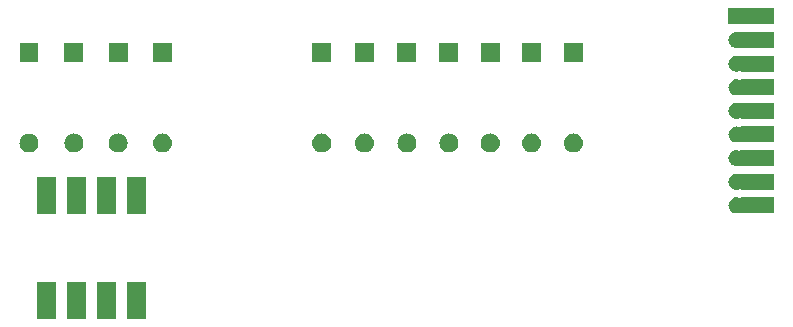
<source format=gbr>
G04 #@! TF.GenerationSoftware,KiCad,Pcbnew,5.0.2-5.fc29*
G04 #@! TF.CreationDate,2020-05-24T09:12:21-05:00*
G04 #@! TF.ProjectId,coleco_to_nes_selectable_v4,636f6c65-636f-45f7-946f-5f6e65735f73,rev?*
G04 #@! TF.SameCoordinates,Original*
G04 #@! TF.FileFunction,Soldermask,Bot*
G04 #@! TF.FilePolarity,Negative*
%FSLAX46Y46*%
G04 Gerber Fmt 4.6, Leading zero omitted, Abs format (unit mm)*
G04 Created by KiCad (PCBNEW 5.0.2-5.fc29) date Sun 24 May 2020 09:12:21 AM CDT*
%MOMM*%
%LPD*%
G01*
G04 APERTURE LIST*
%ADD10C,0.100000*%
G04 APERTURE END LIST*
D10*
G36*
X136120000Y-88015000D02*
X134520000Y-88015000D01*
X134520000Y-84915000D01*
X136120000Y-84915000D01*
X136120000Y-88015000D01*
X136120000Y-88015000D01*
G37*
G36*
X131040000Y-88015000D02*
X129440000Y-88015000D01*
X129440000Y-84915000D01*
X131040000Y-84915000D01*
X131040000Y-88015000D01*
X131040000Y-88015000D01*
G37*
G36*
X128500000Y-88015000D02*
X126900000Y-88015000D01*
X126900000Y-84915000D01*
X128500000Y-84915000D01*
X128500000Y-88015000D01*
X128500000Y-88015000D01*
G37*
G36*
X133580000Y-88015000D02*
X131980000Y-88015000D01*
X131980000Y-84915000D01*
X133580000Y-84915000D01*
X133580000Y-88015000D01*
X133580000Y-88015000D01*
G37*
G36*
X131040000Y-79125000D02*
X129440000Y-79125000D01*
X129440000Y-76025000D01*
X131040000Y-76025000D01*
X131040000Y-79125000D01*
X131040000Y-79125000D01*
G37*
G36*
X128500000Y-79125000D02*
X126900000Y-79125000D01*
X126900000Y-76025000D01*
X128500000Y-76025000D01*
X128500000Y-79125000D01*
X128500000Y-79125000D01*
G37*
G36*
X133580000Y-79125000D02*
X131980000Y-79125000D01*
X131980000Y-76025000D01*
X133580000Y-76025000D01*
X133580000Y-79125000D01*
X133580000Y-79125000D01*
G37*
G36*
X136120000Y-79125000D02*
X134520000Y-79125000D01*
X134520000Y-76025000D01*
X136120000Y-76025000D01*
X136120000Y-79125000D01*
X136120000Y-79125000D01*
G37*
G36*
X186242323Y-77754767D02*
X186348720Y-77787042D01*
X186372748Y-77791821D01*
X186397253Y-77791821D01*
X186421286Y-77787040D01*
X186443925Y-77777663D01*
X186464299Y-77764049D01*
X186481627Y-77746722D01*
X186482778Y-77745000D01*
X189260000Y-77745000D01*
X189260000Y-79095000D01*
X186482261Y-79095000D01*
X186473388Y-79084189D01*
X186454446Y-79068643D01*
X186432835Y-79057092D01*
X186409386Y-79049979D01*
X186385000Y-79047577D01*
X186348718Y-79052958D01*
X186242323Y-79085233D01*
X186143159Y-79095000D01*
X186076841Y-79095000D01*
X185977677Y-79085233D01*
X185850439Y-79046636D01*
X185733176Y-78983958D01*
X185630394Y-78899606D01*
X185546042Y-78796824D01*
X185483364Y-78679561D01*
X185444767Y-78552323D01*
X185431734Y-78420000D01*
X185444767Y-78287677D01*
X185483364Y-78160439D01*
X185546042Y-78043176D01*
X185630394Y-77940394D01*
X185733176Y-77856042D01*
X185850439Y-77793364D01*
X185977677Y-77754767D01*
X186076841Y-77745000D01*
X186143159Y-77745000D01*
X186242323Y-77754767D01*
X186242323Y-77754767D01*
G37*
G36*
X186242323Y-75754767D02*
X186348720Y-75787042D01*
X186372748Y-75791821D01*
X186397253Y-75791821D01*
X186421286Y-75787040D01*
X186443925Y-75777663D01*
X186464299Y-75764049D01*
X186481627Y-75746722D01*
X186482778Y-75745000D01*
X189260000Y-75745000D01*
X189260000Y-77095000D01*
X186482261Y-77095000D01*
X186473388Y-77084189D01*
X186454446Y-77068643D01*
X186432835Y-77057092D01*
X186409386Y-77049979D01*
X186385000Y-77047577D01*
X186348718Y-77052958D01*
X186242323Y-77085233D01*
X186143159Y-77095000D01*
X186076841Y-77095000D01*
X185977677Y-77085233D01*
X185850439Y-77046636D01*
X185733176Y-76983958D01*
X185630394Y-76899606D01*
X185546042Y-76796824D01*
X185483364Y-76679561D01*
X185444767Y-76552323D01*
X185431734Y-76420000D01*
X185444767Y-76287677D01*
X185483364Y-76160439D01*
X185546042Y-76043176D01*
X185630394Y-75940394D01*
X185733176Y-75856042D01*
X185850439Y-75793364D01*
X185977677Y-75754767D01*
X186076841Y-75745000D01*
X186143159Y-75745000D01*
X186242323Y-75754767D01*
X186242323Y-75754767D01*
G37*
G36*
X186242323Y-73754767D02*
X186348720Y-73787042D01*
X186372748Y-73791821D01*
X186397253Y-73791821D01*
X186421286Y-73787040D01*
X186443925Y-73777663D01*
X186464299Y-73764049D01*
X186481627Y-73746722D01*
X186482778Y-73745000D01*
X189260000Y-73745000D01*
X189260000Y-75095000D01*
X186482261Y-75095000D01*
X186473388Y-75084189D01*
X186454446Y-75068643D01*
X186432835Y-75057092D01*
X186409386Y-75049979D01*
X186385000Y-75047577D01*
X186348718Y-75052958D01*
X186242323Y-75085233D01*
X186143159Y-75095000D01*
X186076841Y-75095000D01*
X185977677Y-75085233D01*
X185850439Y-75046636D01*
X185733176Y-74983958D01*
X185630394Y-74899606D01*
X185546042Y-74796824D01*
X185483364Y-74679561D01*
X185444767Y-74552323D01*
X185431734Y-74420000D01*
X185444767Y-74287677D01*
X185483364Y-74160439D01*
X185546042Y-74043176D01*
X185630394Y-73940394D01*
X185733176Y-73856042D01*
X185850439Y-73793364D01*
X185977677Y-73754767D01*
X186076841Y-73745000D01*
X186143159Y-73745000D01*
X186242323Y-73754767D01*
X186242323Y-73754767D01*
G37*
G36*
X165377649Y-72347717D02*
X165416827Y-72351576D01*
X165492227Y-72374448D01*
X165567629Y-72397321D01*
X165706608Y-72471608D01*
X165828422Y-72571578D01*
X165928392Y-72693392D01*
X166002679Y-72832371D01*
X166002679Y-72832372D01*
X166048424Y-72983173D01*
X166054767Y-73047577D01*
X166063870Y-73140000D01*
X166048424Y-73296826D01*
X166002679Y-73447629D01*
X165928392Y-73586608D01*
X165828422Y-73708422D01*
X165706608Y-73808392D01*
X165567629Y-73882679D01*
X165492227Y-73905552D01*
X165416827Y-73928424D01*
X165377649Y-73932283D01*
X165299295Y-73940000D01*
X165220705Y-73940000D01*
X165142351Y-73932283D01*
X165103173Y-73928424D01*
X165027773Y-73905552D01*
X164952371Y-73882679D01*
X164813392Y-73808392D01*
X164691578Y-73708422D01*
X164591608Y-73586608D01*
X164517321Y-73447629D01*
X164471576Y-73296826D01*
X164456130Y-73140000D01*
X164465233Y-73047577D01*
X164471576Y-72983173D01*
X164517321Y-72832372D01*
X164517321Y-72832371D01*
X164591608Y-72693392D01*
X164691578Y-72571578D01*
X164813392Y-72471608D01*
X164952371Y-72397321D01*
X165027773Y-72374448D01*
X165103173Y-72351576D01*
X165142351Y-72347717D01*
X165220705Y-72340000D01*
X165299295Y-72340000D01*
X165377649Y-72347717D01*
X165377649Y-72347717D01*
G37*
G36*
X158327649Y-72347717D02*
X158366827Y-72351576D01*
X158442227Y-72374448D01*
X158517629Y-72397321D01*
X158656608Y-72471608D01*
X158778422Y-72571578D01*
X158878392Y-72693392D01*
X158952679Y-72832371D01*
X158952679Y-72832372D01*
X158998424Y-72983173D01*
X159004767Y-73047577D01*
X159013870Y-73140000D01*
X158998424Y-73296826D01*
X158952679Y-73447629D01*
X158878392Y-73586608D01*
X158778422Y-73708422D01*
X158656608Y-73808392D01*
X158517629Y-73882679D01*
X158442227Y-73905552D01*
X158366827Y-73928424D01*
X158327649Y-73932283D01*
X158249295Y-73940000D01*
X158170705Y-73940000D01*
X158092351Y-73932283D01*
X158053173Y-73928424D01*
X157977773Y-73905552D01*
X157902371Y-73882679D01*
X157763392Y-73808392D01*
X157641578Y-73708422D01*
X157541608Y-73586608D01*
X157467321Y-73447629D01*
X157421576Y-73296826D01*
X157406130Y-73140000D01*
X157415233Y-73047577D01*
X157421576Y-72983173D01*
X157467321Y-72832372D01*
X157467321Y-72832371D01*
X157541608Y-72693392D01*
X157641578Y-72571578D01*
X157763392Y-72471608D01*
X157902371Y-72397321D01*
X157977773Y-72374448D01*
X158053173Y-72351576D01*
X158092351Y-72347717D01*
X158170705Y-72340000D01*
X158249295Y-72340000D01*
X158327649Y-72347717D01*
X158327649Y-72347717D01*
G37*
G36*
X154717649Y-72347717D02*
X154756827Y-72351576D01*
X154832227Y-72374448D01*
X154907629Y-72397321D01*
X155046608Y-72471608D01*
X155168422Y-72571578D01*
X155268392Y-72693392D01*
X155342679Y-72832371D01*
X155342679Y-72832372D01*
X155388424Y-72983173D01*
X155394767Y-73047577D01*
X155403870Y-73140000D01*
X155388424Y-73296826D01*
X155342679Y-73447629D01*
X155268392Y-73586608D01*
X155168422Y-73708422D01*
X155046608Y-73808392D01*
X154907629Y-73882679D01*
X154832227Y-73905552D01*
X154756827Y-73928424D01*
X154717649Y-73932283D01*
X154639295Y-73940000D01*
X154560705Y-73940000D01*
X154482351Y-73932283D01*
X154443173Y-73928424D01*
X154367773Y-73905552D01*
X154292371Y-73882679D01*
X154153392Y-73808392D01*
X154031578Y-73708422D01*
X153931608Y-73586608D01*
X153857321Y-73447629D01*
X153811576Y-73296826D01*
X153796130Y-73140000D01*
X153805233Y-73047577D01*
X153811576Y-72983173D01*
X153857321Y-72832372D01*
X153857321Y-72832371D01*
X153931608Y-72693392D01*
X154031578Y-72571578D01*
X154153392Y-72471608D01*
X154292371Y-72397321D01*
X154367773Y-72374448D01*
X154443173Y-72351576D01*
X154482351Y-72347717D01*
X154560705Y-72340000D01*
X154639295Y-72340000D01*
X154717649Y-72347717D01*
X154717649Y-72347717D01*
G37*
G36*
X161877649Y-72347717D02*
X161916827Y-72351576D01*
X161992227Y-72374448D01*
X162067629Y-72397321D01*
X162206608Y-72471608D01*
X162328422Y-72571578D01*
X162428392Y-72693392D01*
X162502679Y-72832371D01*
X162502679Y-72832372D01*
X162548424Y-72983173D01*
X162554767Y-73047577D01*
X162563870Y-73140000D01*
X162548424Y-73296826D01*
X162502679Y-73447629D01*
X162428392Y-73586608D01*
X162328422Y-73708422D01*
X162206608Y-73808392D01*
X162067629Y-73882679D01*
X161992227Y-73905552D01*
X161916827Y-73928424D01*
X161877649Y-73932283D01*
X161799295Y-73940000D01*
X161720705Y-73940000D01*
X161642351Y-73932283D01*
X161603173Y-73928424D01*
X161527773Y-73905552D01*
X161452371Y-73882679D01*
X161313392Y-73808392D01*
X161191578Y-73708422D01*
X161091608Y-73586608D01*
X161017321Y-73447629D01*
X160971576Y-73296826D01*
X160956130Y-73140000D01*
X160965233Y-73047577D01*
X160971576Y-72983173D01*
X161017321Y-72832372D01*
X161017321Y-72832371D01*
X161091608Y-72693392D01*
X161191578Y-72571578D01*
X161313392Y-72471608D01*
X161452371Y-72397321D01*
X161527773Y-72374448D01*
X161603173Y-72351576D01*
X161642351Y-72347717D01*
X161720705Y-72340000D01*
X161799295Y-72340000D01*
X161877649Y-72347717D01*
X161877649Y-72347717D01*
G37*
G36*
X168877649Y-72347717D02*
X168916827Y-72351576D01*
X168992227Y-72374448D01*
X169067629Y-72397321D01*
X169206608Y-72471608D01*
X169328422Y-72571578D01*
X169428392Y-72693392D01*
X169502679Y-72832371D01*
X169502679Y-72832372D01*
X169548424Y-72983173D01*
X169554767Y-73047577D01*
X169563870Y-73140000D01*
X169548424Y-73296826D01*
X169502679Y-73447629D01*
X169428392Y-73586608D01*
X169328422Y-73708422D01*
X169206608Y-73808392D01*
X169067629Y-73882679D01*
X168992227Y-73905552D01*
X168916827Y-73928424D01*
X168877649Y-73932283D01*
X168799295Y-73940000D01*
X168720705Y-73940000D01*
X168642351Y-73932283D01*
X168603173Y-73928424D01*
X168527773Y-73905552D01*
X168452371Y-73882679D01*
X168313392Y-73808392D01*
X168191578Y-73708422D01*
X168091608Y-73586608D01*
X168017321Y-73447629D01*
X167971576Y-73296826D01*
X167956130Y-73140000D01*
X167965233Y-73047577D01*
X167971576Y-72983173D01*
X168017321Y-72832372D01*
X168017321Y-72832371D01*
X168091608Y-72693392D01*
X168191578Y-72571578D01*
X168313392Y-72471608D01*
X168452371Y-72397321D01*
X168527773Y-72374448D01*
X168603173Y-72351576D01*
X168642351Y-72347717D01*
X168720705Y-72340000D01*
X168799295Y-72340000D01*
X168877649Y-72347717D01*
X168877649Y-72347717D01*
G37*
G36*
X172417649Y-72347717D02*
X172456827Y-72351576D01*
X172532227Y-72374448D01*
X172607629Y-72397321D01*
X172746608Y-72471608D01*
X172868422Y-72571578D01*
X172968392Y-72693392D01*
X173042679Y-72832371D01*
X173042679Y-72832372D01*
X173088424Y-72983173D01*
X173094767Y-73047577D01*
X173103870Y-73140000D01*
X173088424Y-73296826D01*
X173042679Y-73447629D01*
X172968392Y-73586608D01*
X172868422Y-73708422D01*
X172746608Y-73808392D01*
X172607629Y-73882679D01*
X172532227Y-73905552D01*
X172456827Y-73928424D01*
X172417649Y-73932283D01*
X172339295Y-73940000D01*
X172260705Y-73940000D01*
X172182351Y-73932283D01*
X172143173Y-73928424D01*
X172067773Y-73905552D01*
X171992371Y-73882679D01*
X171853392Y-73808392D01*
X171731578Y-73708422D01*
X171631608Y-73586608D01*
X171557321Y-73447629D01*
X171511576Y-73296826D01*
X171496130Y-73140000D01*
X171505233Y-73047577D01*
X171511576Y-72983173D01*
X171557321Y-72832372D01*
X171557321Y-72832371D01*
X171631608Y-72693392D01*
X171731578Y-72571578D01*
X171853392Y-72471608D01*
X171992371Y-72397321D01*
X172067773Y-72374448D01*
X172143173Y-72351576D01*
X172182351Y-72347717D01*
X172260705Y-72340000D01*
X172339295Y-72340000D01*
X172417649Y-72347717D01*
X172417649Y-72347717D01*
G37*
G36*
X137627649Y-72347717D02*
X137666827Y-72351576D01*
X137742227Y-72374448D01*
X137817629Y-72397321D01*
X137956608Y-72471608D01*
X138078422Y-72571578D01*
X138178392Y-72693392D01*
X138252679Y-72832371D01*
X138252679Y-72832372D01*
X138298424Y-72983173D01*
X138304767Y-73047577D01*
X138313870Y-73140000D01*
X138298424Y-73296826D01*
X138252679Y-73447629D01*
X138178392Y-73586608D01*
X138078422Y-73708422D01*
X137956608Y-73808392D01*
X137817629Y-73882679D01*
X137742227Y-73905552D01*
X137666827Y-73928424D01*
X137627649Y-73932283D01*
X137549295Y-73940000D01*
X137470705Y-73940000D01*
X137392351Y-73932283D01*
X137353173Y-73928424D01*
X137277773Y-73905552D01*
X137202371Y-73882679D01*
X137063392Y-73808392D01*
X136941578Y-73708422D01*
X136841608Y-73586608D01*
X136767321Y-73447629D01*
X136721576Y-73296826D01*
X136706130Y-73140000D01*
X136715233Y-73047577D01*
X136721576Y-72983173D01*
X136767321Y-72832372D01*
X136767321Y-72832371D01*
X136841608Y-72693392D01*
X136941578Y-72571578D01*
X137063392Y-72471608D01*
X137202371Y-72397321D01*
X137277773Y-72374448D01*
X137353173Y-72351576D01*
X137392351Y-72347717D01*
X137470705Y-72340000D01*
X137549295Y-72340000D01*
X137627649Y-72347717D01*
X137627649Y-72347717D01*
G37*
G36*
X133877649Y-72347717D02*
X133916827Y-72351576D01*
X133992227Y-72374448D01*
X134067629Y-72397321D01*
X134206608Y-72471608D01*
X134328422Y-72571578D01*
X134428392Y-72693392D01*
X134502679Y-72832371D01*
X134502679Y-72832372D01*
X134548424Y-72983173D01*
X134554767Y-73047577D01*
X134563870Y-73140000D01*
X134548424Y-73296826D01*
X134502679Y-73447629D01*
X134428392Y-73586608D01*
X134328422Y-73708422D01*
X134206608Y-73808392D01*
X134067629Y-73882679D01*
X133992227Y-73905552D01*
X133916827Y-73928424D01*
X133877649Y-73932283D01*
X133799295Y-73940000D01*
X133720705Y-73940000D01*
X133642351Y-73932283D01*
X133603173Y-73928424D01*
X133527773Y-73905552D01*
X133452371Y-73882679D01*
X133313392Y-73808392D01*
X133191578Y-73708422D01*
X133091608Y-73586608D01*
X133017321Y-73447629D01*
X132971576Y-73296826D01*
X132956130Y-73140000D01*
X132965233Y-73047577D01*
X132971576Y-72983173D01*
X133017321Y-72832372D01*
X133017321Y-72832371D01*
X133091608Y-72693392D01*
X133191578Y-72571578D01*
X133313392Y-72471608D01*
X133452371Y-72397321D01*
X133527773Y-72374448D01*
X133603173Y-72351576D01*
X133642351Y-72347717D01*
X133720705Y-72340000D01*
X133799295Y-72340000D01*
X133877649Y-72347717D01*
X133877649Y-72347717D01*
G37*
G36*
X130127649Y-72347717D02*
X130166827Y-72351576D01*
X130242227Y-72374448D01*
X130317629Y-72397321D01*
X130456608Y-72471608D01*
X130578422Y-72571578D01*
X130678392Y-72693392D01*
X130752679Y-72832371D01*
X130752679Y-72832372D01*
X130798424Y-72983173D01*
X130804767Y-73047577D01*
X130813870Y-73140000D01*
X130798424Y-73296826D01*
X130752679Y-73447629D01*
X130678392Y-73586608D01*
X130578422Y-73708422D01*
X130456608Y-73808392D01*
X130317629Y-73882679D01*
X130242227Y-73905552D01*
X130166827Y-73928424D01*
X130127649Y-73932283D01*
X130049295Y-73940000D01*
X129970705Y-73940000D01*
X129892351Y-73932283D01*
X129853173Y-73928424D01*
X129777773Y-73905552D01*
X129702371Y-73882679D01*
X129563392Y-73808392D01*
X129441578Y-73708422D01*
X129341608Y-73586608D01*
X129267321Y-73447629D01*
X129221576Y-73296826D01*
X129206130Y-73140000D01*
X129215233Y-73047577D01*
X129221576Y-72983173D01*
X129267321Y-72832372D01*
X129267321Y-72832371D01*
X129341608Y-72693392D01*
X129441578Y-72571578D01*
X129563392Y-72471608D01*
X129702371Y-72397321D01*
X129777773Y-72374448D01*
X129853173Y-72351576D01*
X129892351Y-72347717D01*
X129970705Y-72340000D01*
X130049295Y-72340000D01*
X130127649Y-72347717D01*
X130127649Y-72347717D01*
G37*
G36*
X126327649Y-72347717D02*
X126366827Y-72351576D01*
X126442227Y-72374448D01*
X126517629Y-72397321D01*
X126656608Y-72471608D01*
X126778422Y-72571578D01*
X126878392Y-72693392D01*
X126952679Y-72832371D01*
X126952679Y-72832372D01*
X126998424Y-72983173D01*
X127004767Y-73047577D01*
X127013870Y-73140000D01*
X126998424Y-73296826D01*
X126952679Y-73447629D01*
X126878392Y-73586608D01*
X126778422Y-73708422D01*
X126656608Y-73808392D01*
X126517629Y-73882679D01*
X126442227Y-73905552D01*
X126366827Y-73928424D01*
X126327649Y-73932283D01*
X126249295Y-73940000D01*
X126170705Y-73940000D01*
X126092351Y-73932283D01*
X126053173Y-73928424D01*
X125977773Y-73905552D01*
X125902371Y-73882679D01*
X125763392Y-73808392D01*
X125641578Y-73708422D01*
X125541608Y-73586608D01*
X125467321Y-73447629D01*
X125421576Y-73296826D01*
X125406130Y-73140000D01*
X125415233Y-73047577D01*
X125421576Y-72983173D01*
X125467321Y-72832372D01*
X125467321Y-72832371D01*
X125541608Y-72693392D01*
X125641578Y-72571578D01*
X125763392Y-72471608D01*
X125902371Y-72397321D01*
X125977773Y-72374448D01*
X126053173Y-72351576D01*
X126092351Y-72347717D01*
X126170705Y-72340000D01*
X126249295Y-72340000D01*
X126327649Y-72347717D01*
X126327649Y-72347717D01*
G37*
G36*
X151117649Y-72347717D02*
X151156827Y-72351576D01*
X151232227Y-72374448D01*
X151307629Y-72397321D01*
X151446608Y-72471608D01*
X151568422Y-72571578D01*
X151668392Y-72693392D01*
X151742679Y-72832371D01*
X151742679Y-72832372D01*
X151788424Y-72983173D01*
X151794767Y-73047577D01*
X151803870Y-73140000D01*
X151788424Y-73296826D01*
X151742679Y-73447629D01*
X151668392Y-73586608D01*
X151568422Y-73708422D01*
X151446608Y-73808392D01*
X151307629Y-73882679D01*
X151232227Y-73905552D01*
X151156827Y-73928424D01*
X151117649Y-73932283D01*
X151039295Y-73940000D01*
X150960705Y-73940000D01*
X150882351Y-73932283D01*
X150843173Y-73928424D01*
X150767773Y-73905552D01*
X150692371Y-73882679D01*
X150553392Y-73808392D01*
X150431578Y-73708422D01*
X150331608Y-73586608D01*
X150257321Y-73447629D01*
X150211576Y-73296826D01*
X150196130Y-73140000D01*
X150205233Y-73047577D01*
X150211576Y-72983173D01*
X150257321Y-72832372D01*
X150257321Y-72832371D01*
X150331608Y-72693392D01*
X150431578Y-72571578D01*
X150553392Y-72471608D01*
X150692371Y-72397321D01*
X150767773Y-72374448D01*
X150843173Y-72351576D01*
X150882351Y-72347717D01*
X150960705Y-72340000D01*
X151039295Y-72340000D01*
X151117649Y-72347717D01*
X151117649Y-72347717D01*
G37*
G36*
X186242323Y-71754767D02*
X186348720Y-71787042D01*
X186372748Y-71791821D01*
X186397253Y-71791821D01*
X186421286Y-71787040D01*
X186443925Y-71777663D01*
X186464299Y-71764049D01*
X186481627Y-71746722D01*
X186482778Y-71745000D01*
X189260000Y-71745000D01*
X189260000Y-73095000D01*
X186482261Y-73095000D01*
X186473388Y-73084189D01*
X186454446Y-73068643D01*
X186432835Y-73057092D01*
X186409386Y-73049979D01*
X186385000Y-73047577D01*
X186348718Y-73052958D01*
X186242323Y-73085233D01*
X186143159Y-73095000D01*
X186076841Y-73095000D01*
X185977677Y-73085233D01*
X185850439Y-73046636D01*
X185733176Y-72983958D01*
X185630394Y-72899606D01*
X185546042Y-72796824D01*
X185483364Y-72679561D01*
X185444767Y-72552323D01*
X185431734Y-72420000D01*
X185444767Y-72287677D01*
X185483364Y-72160439D01*
X185546042Y-72043176D01*
X185630394Y-71940394D01*
X185733176Y-71856042D01*
X185850439Y-71793364D01*
X185977677Y-71754767D01*
X186076841Y-71745000D01*
X186143159Y-71745000D01*
X186242323Y-71754767D01*
X186242323Y-71754767D01*
G37*
G36*
X186242323Y-69754767D02*
X186348720Y-69787042D01*
X186372748Y-69791821D01*
X186397253Y-69791821D01*
X186421286Y-69787040D01*
X186443925Y-69777663D01*
X186464299Y-69764049D01*
X186481627Y-69746722D01*
X186482778Y-69745000D01*
X189260000Y-69745000D01*
X189260000Y-71095000D01*
X186482261Y-71095000D01*
X186473388Y-71084189D01*
X186454446Y-71068643D01*
X186432835Y-71057092D01*
X186409386Y-71049979D01*
X186385000Y-71047577D01*
X186348718Y-71052958D01*
X186242323Y-71085233D01*
X186143159Y-71095000D01*
X186076841Y-71095000D01*
X185977677Y-71085233D01*
X185850439Y-71046636D01*
X185733176Y-70983958D01*
X185630394Y-70899606D01*
X185546042Y-70796824D01*
X185483364Y-70679561D01*
X185444767Y-70552323D01*
X185431734Y-70420000D01*
X185444767Y-70287677D01*
X185483364Y-70160439D01*
X185546042Y-70043176D01*
X185630394Y-69940394D01*
X185733176Y-69856042D01*
X185850439Y-69793364D01*
X185977677Y-69754767D01*
X186076841Y-69745000D01*
X186143159Y-69745000D01*
X186242323Y-69754767D01*
X186242323Y-69754767D01*
G37*
G36*
X186242323Y-67754767D02*
X186348720Y-67787042D01*
X186372748Y-67791821D01*
X186397253Y-67791821D01*
X186421286Y-67787040D01*
X186443925Y-67777663D01*
X186464299Y-67764049D01*
X186481627Y-67746722D01*
X186482778Y-67745000D01*
X189260000Y-67745000D01*
X189260000Y-69095000D01*
X186482261Y-69095000D01*
X186473388Y-69084189D01*
X186454446Y-69068643D01*
X186432835Y-69057092D01*
X186409386Y-69049979D01*
X186385000Y-69047577D01*
X186348718Y-69052958D01*
X186242323Y-69085233D01*
X186143159Y-69095000D01*
X186076841Y-69095000D01*
X185977677Y-69085233D01*
X185850439Y-69046636D01*
X185733176Y-68983958D01*
X185630394Y-68899606D01*
X185546042Y-68796824D01*
X185483364Y-68679561D01*
X185444767Y-68552323D01*
X185431734Y-68420000D01*
X185444767Y-68287677D01*
X185483364Y-68160439D01*
X185546042Y-68043176D01*
X185630394Y-67940394D01*
X185733176Y-67856042D01*
X185850439Y-67793364D01*
X185977677Y-67754767D01*
X186076841Y-67745000D01*
X186143159Y-67745000D01*
X186242323Y-67754767D01*
X186242323Y-67754767D01*
G37*
G36*
X186242323Y-65754767D02*
X186348720Y-65787042D01*
X186372748Y-65791821D01*
X186397253Y-65791821D01*
X186421286Y-65787040D01*
X186443925Y-65777663D01*
X186464299Y-65764049D01*
X186481627Y-65746722D01*
X186482778Y-65745000D01*
X189260000Y-65745000D01*
X189260000Y-67095000D01*
X186482261Y-67095000D01*
X186473388Y-67084189D01*
X186454446Y-67068643D01*
X186432835Y-67057092D01*
X186409386Y-67049979D01*
X186385000Y-67047577D01*
X186348718Y-67052958D01*
X186242323Y-67085233D01*
X186143159Y-67095000D01*
X186076841Y-67095000D01*
X185977677Y-67085233D01*
X185850439Y-67046636D01*
X185733176Y-66983958D01*
X185630394Y-66899606D01*
X185546042Y-66796824D01*
X185483364Y-66679561D01*
X185444767Y-66552323D01*
X185431734Y-66420000D01*
X185444767Y-66287677D01*
X185483364Y-66160439D01*
X185546042Y-66043176D01*
X185630394Y-65940394D01*
X185733176Y-65856042D01*
X185850439Y-65793364D01*
X185977677Y-65754767D01*
X186076841Y-65745000D01*
X186143159Y-65745000D01*
X186242323Y-65754767D01*
X186242323Y-65754767D01*
G37*
G36*
X159010000Y-66320000D02*
X157410000Y-66320000D01*
X157410000Y-64720000D01*
X159010000Y-64720000D01*
X159010000Y-66320000D01*
X159010000Y-66320000D01*
G37*
G36*
X162560000Y-66320000D02*
X160960000Y-66320000D01*
X160960000Y-64720000D01*
X162560000Y-64720000D01*
X162560000Y-66320000D01*
X162560000Y-66320000D01*
G37*
G36*
X166060000Y-66320000D02*
X164460000Y-66320000D01*
X164460000Y-64720000D01*
X166060000Y-64720000D01*
X166060000Y-66320000D01*
X166060000Y-66320000D01*
G37*
G36*
X169560000Y-66320000D02*
X167960000Y-66320000D01*
X167960000Y-64720000D01*
X169560000Y-64720000D01*
X169560000Y-66320000D01*
X169560000Y-66320000D01*
G37*
G36*
X138310000Y-66320000D02*
X136710000Y-66320000D01*
X136710000Y-64720000D01*
X138310000Y-64720000D01*
X138310000Y-66320000D01*
X138310000Y-66320000D01*
G37*
G36*
X134560000Y-66320000D02*
X132960000Y-66320000D01*
X132960000Y-64720000D01*
X134560000Y-64720000D01*
X134560000Y-66320000D01*
X134560000Y-66320000D01*
G37*
G36*
X173100000Y-66320000D02*
X171500000Y-66320000D01*
X171500000Y-64720000D01*
X173100000Y-64720000D01*
X173100000Y-66320000D01*
X173100000Y-66320000D01*
G37*
G36*
X130810000Y-66320000D02*
X129210000Y-66320000D01*
X129210000Y-64720000D01*
X130810000Y-64720000D01*
X130810000Y-66320000D01*
X130810000Y-66320000D01*
G37*
G36*
X127010000Y-66320000D02*
X125410000Y-66320000D01*
X125410000Y-64720000D01*
X127010000Y-64720000D01*
X127010000Y-66320000D01*
X127010000Y-66320000D01*
G37*
G36*
X155400000Y-66320000D02*
X153800000Y-66320000D01*
X153800000Y-64720000D01*
X155400000Y-64720000D01*
X155400000Y-66320000D01*
X155400000Y-66320000D01*
G37*
G36*
X151800000Y-66320000D02*
X150200000Y-66320000D01*
X150200000Y-64720000D01*
X151800000Y-64720000D01*
X151800000Y-66320000D01*
X151800000Y-66320000D01*
G37*
G36*
X186242323Y-63754767D02*
X186348720Y-63787042D01*
X186372748Y-63791821D01*
X186397253Y-63791821D01*
X186421286Y-63787040D01*
X186443925Y-63777663D01*
X186464299Y-63764049D01*
X186481627Y-63746722D01*
X186482778Y-63745000D01*
X189260000Y-63745000D01*
X189260000Y-65095000D01*
X186482261Y-65095000D01*
X186473388Y-65084189D01*
X186454446Y-65068643D01*
X186432835Y-65057092D01*
X186409386Y-65049979D01*
X186385000Y-65047577D01*
X186348718Y-65052958D01*
X186242323Y-65085233D01*
X186143159Y-65095000D01*
X186076841Y-65095000D01*
X185977677Y-65085233D01*
X185850439Y-65046636D01*
X185733176Y-64983958D01*
X185630394Y-64899606D01*
X185546042Y-64796824D01*
X185483364Y-64679561D01*
X185444767Y-64552323D01*
X185431734Y-64420000D01*
X185444767Y-64287677D01*
X185483364Y-64160439D01*
X185546042Y-64043176D01*
X185630394Y-63940394D01*
X185733176Y-63856042D01*
X185850439Y-63793364D01*
X185977677Y-63754767D01*
X186076841Y-63745000D01*
X186143159Y-63745000D01*
X186242323Y-63754767D01*
X186242323Y-63754767D01*
G37*
G36*
X189270000Y-63095000D02*
X185435000Y-63095000D01*
X185435000Y-61745000D01*
X189270000Y-61745000D01*
X189270000Y-63095000D01*
X189270000Y-63095000D01*
G37*
M02*

</source>
